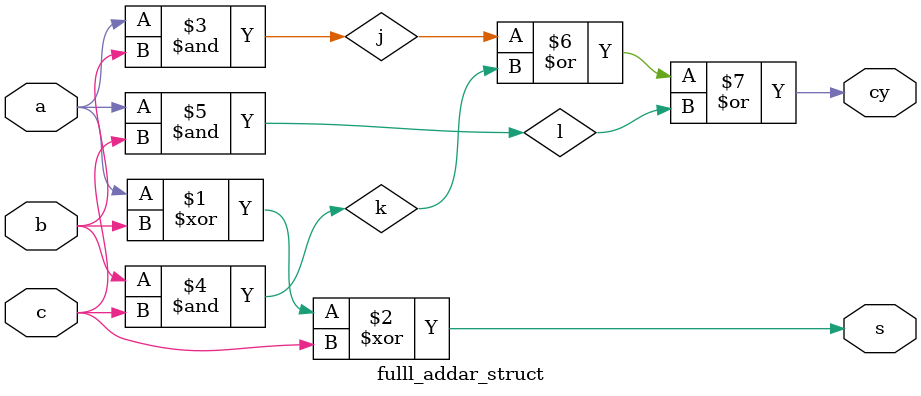
<source format=v>

module fulll_addar_struct(a,c,b,s,cy );
input a,b,c;
output s,cy;
  wire j,k,l;
  xor x1(s,a,b,c);
  
  and a1(j,a,b);
  and a2(k,b,c);
  and a3(l,a,c);
  
  or o1(cy,j,k,l);
  
    
endmodule

</source>
